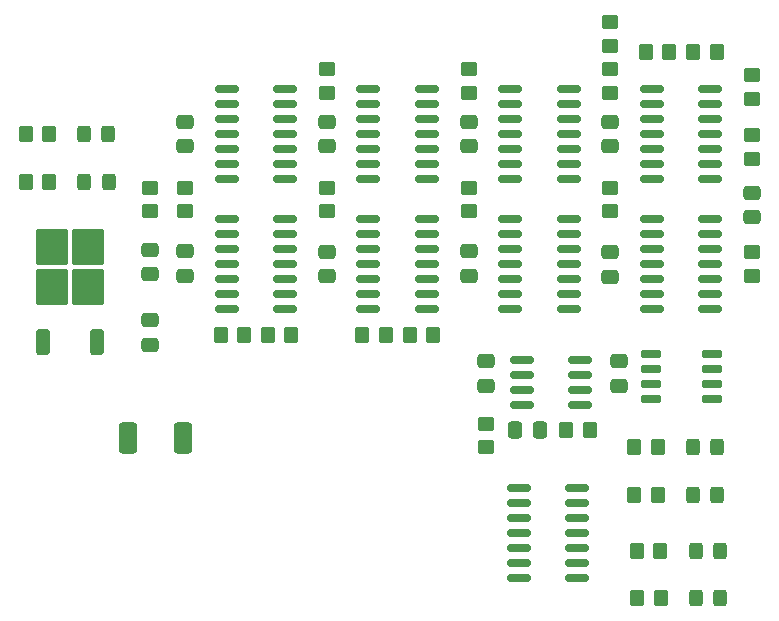
<source format=gbr>
%TF.GenerationSoftware,KiCad,Pcbnew,8.0.5*%
%TF.CreationDate,2025-02-24T01:44:01-08:00*%
%TF.ProjectId,BSPD,42535044-2e6b-4696-9361-645f70636258,rev?*%
%TF.SameCoordinates,Original*%
%TF.FileFunction,Paste,Top*%
%TF.FilePolarity,Positive*%
%FSLAX46Y46*%
G04 Gerber Fmt 4.6, Leading zero omitted, Abs format (unit mm)*
G04 Created by KiCad (PCBNEW 8.0.5) date 2025-02-24 01:44:01*
%MOMM*%
%LPD*%
G01*
G04 APERTURE LIST*
G04 Aperture macros list*
%AMRoundRect*
0 Rectangle with rounded corners*
0 $1 Rounding radius*
0 $2 $3 $4 $5 $6 $7 $8 $9 X,Y pos of 4 corners*
0 Add a 4 corners polygon primitive as box body*
4,1,4,$2,$3,$4,$5,$6,$7,$8,$9,$2,$3,0*
0 Add four circle primitives for the rounded corners*
1,1,$1+$1,$2,$3*
1,1,$1+$1,$4,$5*
1,1,$1+$1,$6,$7*
1,1,$1+$1,$8,$9*
0 Add four rect primitives between the rounded corners*
20,1,$1+$1,$2,$3,$4,$5,0*
20,1,$1+$1,$4,$5,$6,$7,0*
20,1,$1+$1,$6,$7,$8,$9,0*
20,1,$1+$1,$8,$9,$2,$3,0*%
G04 Aperture macros list end*
%ADD10RoundRect,0.250000X0.475000X-0.337500X0.475000X0.337500X-0.475000X0.337500X-0.475000X-0.337500X0*%
%ADD11RoundRect,0.150000X-0.825000X-0.150000X0.825000X-0.150000X0.825000X0.150000X-0.825000X0.150000X0*%
%ADD12RoundRect,0.250000X-0.450000X0.350000X-0.450000X-0.350000X0.450000X-0.350000X0.450000X0.350000X0*%
%ADD13RoundRect,0.249999X-0.512501X-1.075001X0.512501X-1.075001X0.512501X1.075001X-0.512501X1.075001X0*%
%ADD14RoundRect,0.250000X0.325000X0.450000X-0.325000X0.450000X-0.325000X-0.450000X0.325000X-0.450000X0*%
%ADD15RoundRect,0.250000X0.450000X-0.350000X0.450000X0.350000X-0.450000X0.350000X-0.450000X-0.350000X0*%
%ADD16RoundRect,0.250000X0.350000X-0.850000X0.350000X0.850000X-0.350000X0.850000X-0.350000X-0.850000X0*%
%ADD17RoundRect,0.250000X1.125000X-1.275000X1.125000X1.275000X-1.125000X1.275000X-1.125000X-1.275000X0*%
%ADD18RoundRect,0.250000X0.350000X0.450000X-0.350000X0.450000X-0.350000X-0.450000X0.350000X-0.450000X0*%
%ADD19RoundRect,0.250000X-0.350000X-0.450000X0.350000X-0.450000X0.350000X0.450000X-0.350000X0.450000X0*%
%ADD20RoundRect,0.250000X-0.337500X-0.475000X0.337500X-0.475000X0.337500X0.475000X-0.337500X0.475000X0*%
%ADD21RoundRect,0.150000X0.825000X0.150000X-0.825000X0.150000X-0.825000X-0.150000X0.825000X-0.150000X0*%
%ADD22RoundRect,0.150000X-0.725000X-0.150000X0.725000X-0.150000X0.725000X0.150000X-0.725000X0.150000X0*%
G04 APERTURE END LIST*
D10*
%TO.C,C10*%
X89765574Y-36791455D03*
X89765574Y-34716455D03*
%TD*%
D11*
%TO.C,U5*%
X69290574Y-42906455D03*
X69290574Y-44176455D03*
X69290574Y-45446455D03*
X69290574Y-46716455D03*
X69290574Y-47986455D03*
X69290574Y-49256455D03*
X69290574Y-50526455D03*
X74240574Y-50526455D03*
X74240574Y-49256455D03*
X74240574Y-47986455D03*
X74240574Y-46716455D03*
X74240574Y-45446455D03*
X74240574Y-44176455D03*
X74240574Y-42906455D03*
%TD*%
D12*
%TO.C,R5*%
X53765574Y-40266455D03*
X53765574Y-42266455D03*
%TD*%
D11*
%TO.C,U1*%
X57290574Y-31906455D03*
X57290574Y-33176455D03*
X57290574Y-34446455D03*
X57290574Y-35716455D03*
X57290574Y-36986455D03*
X57290574Y-38256455D03*
X57290574Y-39526455D03*
X62240574Y-39526455D03*
X62240574Y-38256455D03*
X62240574Y-36986455D03*
X62240574Y-35716455D03*
X62240574Y-34446455D03*
X62240574Y-33176455D03*
X62240574Y-31906455D03*
%TD*%
D13*
%TO.C,D4*%
X48928074Y-61516455D03*
X53603074Y-61516455D03*
%TD*%
D10*
%TO.C,C12*%
X50801824Y-53597705D03*
X50801824Y-51522705D03*
%TD*%
%TO.C,C3*%
X77765574Y-36753955D03*
X77765574Y-34678955D03*
%TD*%
D14*
%TO.C,D1*%
X99065574Y-75016455D03*
X97015574Y-75016455D03*
%TD*%
D10*
%TO.C,C5*%
X65765574Y-47791455D03*
X65765574Y-45716455D03*
%TD*%
D12*
%TO.C,R16*%
X101765574Y-30766455D03*
X101765574Y-32766455D03*
%TD*%
D15*
%TO.C,R13*%
X65765574Y-42266455D03*
X65765574Y-40266455D03*
%TD*%
D16*
%TO.C,U7*%
X41741824Y-53310205D03*
D17*
X42496824Y-48685205D03*
X45546824Y-48685205D03*
X42496824Y-45335205D03*
X45546824Y-45335205D03*
D16*
X46301824Y-53310205D03*
%TD*%
D18*
%TO.C,R1*%
X93790574Y-62266455D03*
X91790574Y-62266455D03*
%TD*%
%TO.C,R4*%
X98765574Y-28766455D03*
X96765574Y-28766455D03*
%TD*%
D10*
%TO.C,C6*%
X77765574Y-47753955D03*
X77765574Y-45678955D03*
%TD*%
D15*
%TO.C,R11*%
X77765574Y-32266455D03*
X77765574Y-30266455D03*
%TD*%
D14*
%TO.C,D6*%
X47290574Y-39766455D03*
X45240574Y-39766455D03*
%TD*%
D11*
%TO.C,U3*%
X81290574Y-31906455D03*
X81290574Y-33176455D03*
X81290574Y-34446455D03*
X81290574Y-35716455D03*
X81290574Y-36986455D03*
X81290574Y-38256455D03*
X81290574Y-39526455D03*
X86240574Y-39526455D03*
X86240574Y-38256455D03*
X86240574Y-36986455D03*
X86240574Y-35716455D03*
X86240574Y-34446455D03*
X86240574Y-33176455D03*
X86240574Y-31906455D03*
%TD*%
D12*
%TO.C,R15*%
X101765574Y-45766455D03*
X101765574Y-47766455D03*
%TD*%
D11*
%TO.C,U10*%
X82015574Y-65706455D03*
X82015574Y-66976455D03*
X82015574Y-68246455D03*
X82015574Y-69516455D03*
X82015574Y-70786455D03*
X82015574Y-72056455D03*
X82015574Y-73326455D03*
X86965574Y-73326455D03*
X86965574Y-72056455D03*
X86965574Y-70786455D03*
X86965574Y-69516455D03*
X86965574Y-68246455D03*
X86965574Y-66976455D03*
X86965574Y-65706455D03*
%TD*%
D15*
%TO.C,R12*%
X77765574Y-42266455D03*
X77765574Y-40266455D03*
%TD*%
D12*
%TO.C,R10*%
X79265574Y-60266455D03*
X79265574Y-62266455D03*
%TD*%
D15*
%TO.C,R25*%
X50765574Y-42266455D03*
X50765574Y-40266455D03*
%TD*%
D10*
%TO.C,C13*%
X50801824Y-47597705D03*
X50801824Y-45522705D03*
%TD*%
D14*
%TO.C,D2*%
X99040574Y-71016455D03*
X96990574Y-71016455D03*
%TD*%
D15*
%TO.C,R28*%
X89765574Y-28266455D03*
X89765574Y-26266455D03*
%TD*%
%TO.C,R24*%
X89765574Y-42266455D03*
X89765574Y-40266455D03*
%TD*%
D10*
%TO.C,C11*%
X89765574Y-47803955D03*
X89765574Y-45728955D03*
%TD*%
D15*
%TO.C,R23*%
X89765574Y-32266455D03*
X89765574Y-30266455D03*
%TD*%
D18*
%TO.C,R18*%
X42265574Y-35766455D03*
X40265574Y-35766455D03*
%TD*%
D19*
%TO.C,R20*%
X60765574Y-52766455D03*
X62765574Y-52766455D03*
%TD*%
D14*
%TO.C,D3*%
X98790574Y-66266455D03*
X96740574Y-66266455D03*
%TD*%
D20*
%TO.C,C14*%
X81728074Y-60766455D03*
X83803074Y-60766455D03*
%TD*%
D14*
%TO.C,D7*%
X47265574Y-35766455D03*
X45215574Y-35766455D03*
%TD*%
D18*
%TO.C,R8*%
X94015574Y-71016455D03*
X92015574Y-71016455D03*
%TD*%
%TO.C,R17*%
X42265574Y-39766455D03*
X40265574Y-39766455D03*
%TD*%
D12*
%TO.C,R14*%
X65765574Y-30266455D03*
X65765574Y-32266455D03*
%TD*%
D21*
%TO.C,U8*%
X62240574Y-50526455D03*
X62240574Y-49256455D03*
X62240574Y-47986455D03*
X62240574Y-46716455D03*
X62240574Y-45446455D03*
X62240574Y-44176455D03*
X62240574Y-42906455D03*
X57290574Y-42906455D03*
X57290574Y-44176455D03*
X57290574Y-45446455D03*
X57290574Y-46716455D03*
X57290574Y-47986455D03*
X57290574Y-49256455D03*
X57290574Y-50526455D03*
%TD*%
D10*
%TO.C,C9*%
X79265574Y-57053955D03*
X79265574Y-54978955D03*
%TD*%
D12*
%TO.C,R6*%
X101765574Y-35816455D03*
X101765574Y-37816455D03*
%TD*%
D18*
%TO.C,R22*%
X70765574Y-52766455D03*
X68765574Y-52766455D03*
%TD*%
D21*
%TO.C,U6*%
X86240574Y-50526455D03*
X86240574Y-49256455D03*
X86240574Y-47986455D03*
X86240574Y-46716455D03*
X86240574Y-45446455D03*
X86240574Y-44176455D03*
X86240574Y-42906455D03*
X81290574Y-42906455D03*
X81290574Y-44176455D03*
X81290574Y-45446455D03*
X81290574Y-46716455D03*
X81290574Y-47986455D03*
X81290574Y-49256455D03*
X81290574Y-50526455D03*
%TD*%
D11*
%TO.C,U9*%
X93290574Y-42906455D03*
X93290574Y-44176455D03*
X93290574Y-45446455D03*
X93290574Y-46716455D03*
X93290574Y-47986455D03*
X93290574Y-49256455D03*
X93290574Y-50526455D03*
X98240574Y-50526455D03*
X98240574Y-49256455D03*
X98240574Y-47986455D03*
X98240574Y-46716455D03*
X98240574Y-45446455D03*
X98240574Y-44176455D03*
X98240574Y-42906455D03*
%TD*%
D10*
%TO.C,C4*%
X101765574Y-42803955D03*
X101765574Y-40728955D03*
%TD*%
D19*
%TO.C,R2*%
X86015574Y-60766455D03*
X88015574Y-60766455D03*
%TD*%
D18*
%TO.C,R7*%
X94040574Y-75016455D03*
X92040574Y-75016455D03*
%TD*%
D10*
%TO.C,C8*%
X53765574Y-47716455D03*
X53765574Y-45641455D03*
%TD*%
D19*
%TO.C,R3*%
X92765574Y-28766455D03*
X94765574Y-28766455D03*
%TD*%
D11*
%TO.C,U13*%
X82290574Y-54861455D03*
X82290574Y-56131455D03*
X82290574Y-57401455D03*
X82290574Y-58671455D03*
X87240574Y-58671455D03*
X87240574Y-57401455D03*
X87240574Y-56131455D03*
X87240574Y-54861455D03*
%TD*%
D22*
%TO.C,CR1*%
X93190574Y-54361455D03*
X93190574Y-55631455D03*
X93190574Y-56901455D03*
X93190574Y-58171455D03*
X98340574Y-58171455D03*
X98340574Y-56901455D03*
X98340574Y-55631455D03*
X98340574Y-54361455D03*
%TD*%
D19*
%TO.C,R19*%
X56765574Y-52766455D03*
X58765574Y-52766455D03*
%TD*%
D18*
%TO.C,R9*%
X93790574Y-66266455D03*
X91790574Y-66266455D03*
%TD*%
D10*
%TO.C,C1*%
X53765574Y-36753955D03*
X53765574Y-34678955D03*
%TD*%
D11*
%TO.C,U2*%
X69290574Y-31906455D03*
X69290574Y-33176455D03*
X69290574Y-34446455D03*
X69290574Y-35716455D03*
X69290574Y-36986455D03*
X69290574Y-38256455D03*
X69290574Y-39526455D03*
X74240574Y-39526455D03*
X74240574Y-38256455D03*
X74240574Y-36986455D03*
X74240574Y-35716455D03*
X74240574Y-34446455D03*
X74240574Y-33176455D03*
X74240574Y-31906455D03*
%TD*%
D14*
%TO.C,D5*%
X98815574Y-62266455D03*
X96765574Y-62266455D03*
%TD*%
D11*
%TO.C,U4*%
X93290574Y-31956455D03*
X93290574Y-33226455D03*
X93290574Y-34496455D03*
X93290574Y-35766455D03*
X93290574Y-37036455D03*
X93290574Y-38306455D03*
X93290574Y-39576455D03*
X98240574Y-39576455D03*
X98240574Y-38306455D03*
X98240574Y-37036455D03*
X98240574Y-35766455D03*
X98240574Y-34496455D03*
X98240574Y-33226455D03*
X98240574Y-31956455D03*
%TD*%
D10*
%TO.C,C2*%
X65765574Y-36753955D03*
X65765574Y-34678955D03*
%TD*%
%TO.C,C7*%
X90515574Y-57053955D03*
X90515574Y-54978955D03*
%TD*%
D18*
%TO.C,R21*%
X74765574Y-52766455D03*
X72765574Y-52766455D03*
%TD*%
M02*

</source>
